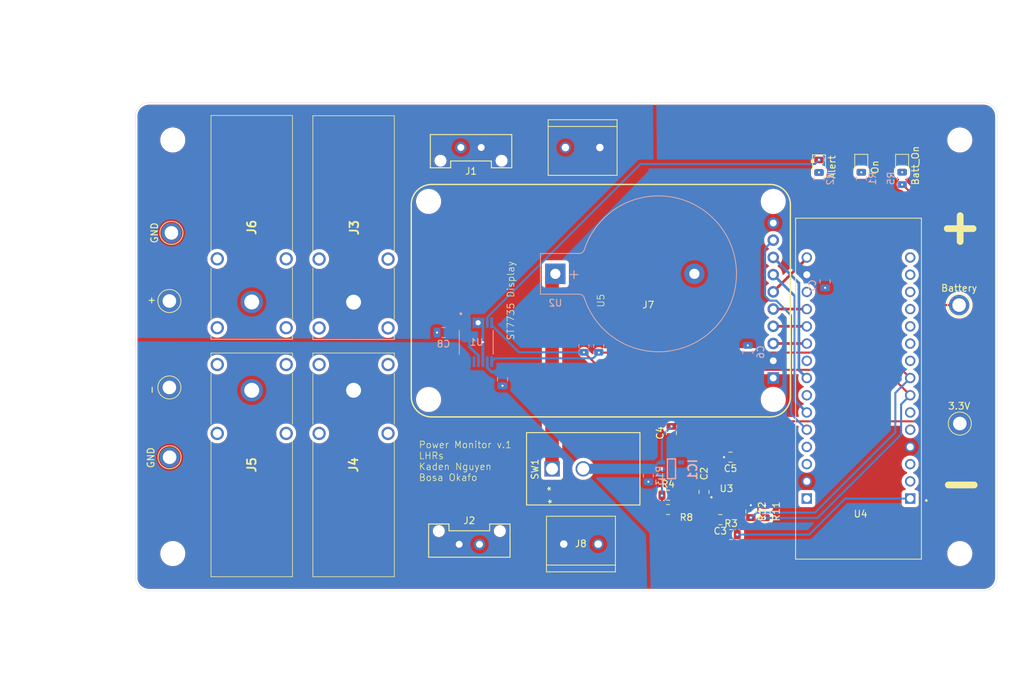
<source format=kicad_pcb>
(kicad_pcb (version 20240108) (generator "pcbnew") (generator_version "8.0")
  (layers (0 "F.Cu" signal) (31 "B.Cu" signal) (34 "B.Paste" user) (35 "F.Paste" user) (36 "B.SilkS" user "B.Silkscreen") (37 "F.SilkS" user "F.Silkscreen") (38 "B.Mask" user) (39 "F.Mask" user) (44 "Edge.Cuts" user))
  (net 0 "")
  (net 1 "GND")
  (net 2 "+3.3V")
  (net 3 "/V+")
  (net 4 "Net-(D1-A)")
  (net 5 "Net-(D2-A)")
  (net 6 "Net-(D2-K)")
  (net 7 "/V-")
  (net 8 "/SCL")
  (net 9 "/SDA")
  (net 10 "/SCK")
  (net 11 "/MOSI")
  (net 12 "/RESET")
  (net 13 "/CARD_CS")
  (net 14 "/TFT_CS")
  (net 15 "/DC")
  (net 17 "Net-(D3-A)")
  (net 18 "/ALERT")
  (net 19 "/MISO")
  (net 20 "Net-(U3-CELL)")
  (net 21 "Net-(U3-VDD)")
  (net 22 "Net-(U2-+)")
  (net 41 "/Batt")
  (footprint "TestPoint:TestPoint_Plated_Hole_D2.0mm" (layer "F.Cu") (at 57.03 112.29 90)
    (property "Reference" "GND" (at -0.07 -2.758 90) (layer "F.SilkS"))
    (property "Value" "TestPoint")
    (pad "1" thru_hole circle (at 0 0 90) (size 3 3) (drill 2) (layers "*.Cu" "*.Mask") (net 1 "GND"))
  )
  (footprint "Resistor_SMD:R_0805_2012Metric" (layer "F.Cu") (at 139.7875 123.7)
    (property "Reference" "R3" (at 0 -1.65 0) (layer "F.SilkS"))
    (property "Value" "4.7k")
    (pad "1" smd roundrect (at -0.9125 0) (size 1.025 1.4) (layers "F.Cu" "F.Paste" "F.Mask") (roundrect_rratio 0.243902) (net 41 "/Batt"))
    (pad "2" smd roundrect (at 0.9125 0) (size 1.025 1.4) (layers "F.Cu" "F.Paste" "F.Mask") (roundrect_rratio 0.243902) (net 18 "/ALERT"))
  )
  (footprint "UTSVTConnectors:Banana_Jack_Horizontal" (layer "F.Cu") (at 74.22 98.62 -90)
    (property "Reference" "J5" (at 14.8 5.08 90) (layer "F.SilkS") (effects (font (size 1.27 1.27) (thickness 0.254))))
    (property "Value" "Conn_01x01_Pin" (hide yes))
    (pad "1" thru_hole circle (at 3.8 5.08 270) (size 3.3 3.3) (drill 2.2) (layers "*.Cu" "*.Mask") (net 1 "GND"))
    (pad "2" thru_hole circle (at 0 10.16 270) (size 1.95 1.95) (drill 1.3) (layers "*.Cu" "*.Mask"))
    (pad "3" thru_hole circle (at 10.16 10.16 270) (size 1.95 1.95) (drill 1.3) (layers "*.Cu" "*.Mask"))
    (pad "4" thru_hole circle (at 10.16 0 270) (size 1.95 1.95) (drill 1.3) (layers "*.Cu" "*.Mask"))
    (pad "5" thru_hole circle (at 0 0 270) (size 1.95 1.95) (drill 1.3) (layers "*.Cu" "*.Mask"))
  )
  (footprint "TestPoint:TestPoint_Plated_Hole_D2.0mm" (layer "F.Cu") (at 57 102 90)
    (property "Reference" "-" (hide yes))
    (property "Value" "TestPoint")
    (pad "1" thru_hole circle (at 0 0 90) (size 3 3) (drill 2) (layers "*.Cu" "*.Mask") (net 7 "/V-"))
  )
  (footprint "Power-Monitoring:screw_termina2x1" (layer "F.Cu") (at 117.91 66.61 180)
    (property "Reference" "J7" (at -9.68 -23.2125 0) (layer "F.SilkS") (effects (font (size 1.002039 1.002039))))
    (property "Value" "Conn_01x02_Pin")
    (pad "1" thru_hole rect (at -2.54 0 180) (size 1.65 1.65) (drill 1.1) (layers "*.Cu" "*.Mask") (net 3 "/V+"))
    (pad "2" thru_hole circle (at 2.54 0 180) (size 1.65 1.65) (drill 1.1) (layers "*.Cu" "*.Mask") (net 1 "GND"))
  )
  (footprint "Resistor_SMD:R_0805_2012Metric" (layer "F.Cu") (at 130.5125 117.9)
    (property "Reference" "R4" (at 0 -1.65 0) (layer "F.SilkS"))
    (property "Value" "1K")
    (pad "1" smd roundrect (at -0.9125 0) (size 1.025 1.4) (layers "F.Cu" "F.Paste" "F.Mask") (roundrect_rratio 0.243902) (net 41 "/Batt"))
    (pad "2" smd roundrect (at 0.9125 0) (size 1.025 1.4) (layers "F.Cu" "F.Paste" "F.Mask") (roundrect_rratio 0.243902) (net 20 "Net-(U3-CELL)"))
  )
  (footprint "LED_SMD:LED_0805_2012Metric" (layer "F.Cu") (at 165 69.3 -90)
    (property "Reference" "Batt_On" (at -0.02 -1.95 90) (layer "F.SilkS"))
    (property "Value" "Batt_On_LED")
    (pad "1" smd roundrect (at -0.9375 0 270) (size 0.975 1.4) (layers "F.Cu" "F.Paste" "F.Mask") (net 1 "GND"))
    (pad "2" smd roundrect (at 0.9375 0 270) (size 0.975 1.4) (layers "F.Cu" "F.Paste" "F.Mask") (net 17 "Net-(D3-A)"))
  )
  (footprint "MountingHole:MountingHole_3.2mm_M3" (layer "F.Cu") (at 173.5 65.5)
    (property "Reference" "REF**" (hide yes))
    (property "Value" "MountingHole_3.2mm_M3")
    (pad "" np_thru_hole circle (at 0 0) (size 3.2 3.2) (drill 3.2) (layers "*.Cu" "*.Mask"))
  )
  (footprint "TestPoint:TestPoint_Plated_Hole_D2.0mm" (layer "F.Cu") (at 57 89.25 90)
    (property "Reference" "TP1" (hide yes))
    (property "Value" "TestPoint")
    (pad "1" thru_hole circle (at 0 0 90) (size 3 3) (drill 2) (layers "*.Cu" "*.Mask") (net 3 "/V+"))
  )
  (footprint "MountingHole:MountingHole_3.2mm_M3" (layer "F.Cu") (at 173.5 126.5)
    (property "Reference" "REF**" (hide yes))
    (property "Value" "MountingHole_3.2mm_M3")
    (pad "" np_thru_hole circle (at 0 0) (size 3.2 3.2) (drill 3.2) (layers "*.Cu" "*.Mask"))
  )
  (footprint "UTSVTConnectors:Banana_Jack_Horizontal" (layer "F.Cu") (at 79.07 93.22 90)
    (property "Reference" "J3" (at 14.78 5.18 90) (layer "F.SilkS") (effects (font (size 1.27 1.27) (thickness 0.254))))
    (property "Value" "Conn_01x01_Pin" (hide yes))
    (pad "1" thru_hole circle (at 3.8 5.08 90) (size 3.3 3.3) (drill 2.2) (layers "*.Cu" "*.Mask") (net 3 "/V+"))
    (pad "2" thru_hole circle (at 0 10.16 90) (size 1.95 1.95) (drill 1.3) (layers "*.Cu" "*.Mask"))
    (pad "3" thru_hole circle (at 10.16 10.16 90) (size 1.95 1.95) (drill 1.3) (layers "*.Cu" "*.Mask"))
    (pad "4" thru_hole circle (at 10.16 0 90) (size 1.95 1.95) (drill 1.3) (layers "*.Cu" "*.Mask"))
    (pad "5" thru_hole circle (at 0 0 90) (size 1.95 1.95) (drill 1.3) (layers "*.Cu" "*.Mask"))
  )
  (footprint "Capacitor_SMD:C_0805_2012Metric" (layer "F.Cu") (at 139.7 112.28 180)
    (property "Reference" "C5" (at 0 -1.68 0) (layer "F.SilkS"))
    (property "Value" "2.2uF")
    (pad "1" smd roundrect (at -0.95 0 180) (size 1 1.45) (layers "F.Cu" "F.Paste" "F.Mask") (net 1 "GND"))
    (pad "2" smd roundrect (at 0.95 0 180) (size 1 1.45) (layers "F.Cu" "F.Paste" "F.Mask") (net 2 "+3.3V"))
  )
  (footprint "Power-Monitoring:screw_termina2x1" (layer "F.Cu") (at 117.66 125.1)
    (property "Reference" "J8" (at -0.02 -0.06 0) (layer "F.SilkS") (effects (font (size 1.002039 1.002039))))
    (property "Value" "Conn_01x02_Pin")
    (pad "1" thru_hole rect (at -2.54 0) (size 1.65 1.65) (drill 1.1) (layers "*.Cu" "*.Mask") (net 7 "/V-"))
    (pad "2" thru_hole circle (at 2.54 0) (size 1.65 1.65) (drill 1.1) (layers "*.Cu" "*.Mask") (net 1 "GND"))
  )
  (footprint "Capacitor_SMD:C_0805_2012Metric" (layer "F.Cu") (at 131 108.7 90)
    (property "Reference" "C4" (at 0 -1.68 -90) (layer "F.SilkS"))
    (property "Value" "1uF")
    (pad "1" smd roundrect (at -0.95 0 90) (size 1 1.45) (layers "F.Cu" "F.Paste" "F.Mask") (net 1 "GND"))
    (pad "2" smd roundrect (at 0.95 0 90) (size 1 1.45) (layers "F.Cu" "F.Paste" "F.Mask") (net 41 "/Batt"))
  )
  (footprint "Power-Monitoring:SW2_GF-123-0054_CWI" (layer "F.Cu") (at 113.4026 114 90)
    (property "Reference" "SW1" (at -0.06 -2.5226 90) (layer "F.SilkS"))
    (property "Value" "GF-123-0054")
    (fp_text user "*" (at -2.94 -0.1226 90) (layer "F.SilkS"))
    (fp_text user "*" (at -4.825 0 90) (layer "F.SilkS"))
    (pad "1" thru_hole rect (at 0 0 90) (size 2.2606 2.2606) (drill 1.7526) (layers "*.Cu" "*.Mask") (net 22 "Net-(U2-+)"))
    (pad "2" thru_hole circle (at 0 4.5974 90) (size 2.2606 2.2606) (drill 1.7526) (layers "*.Cu" "*.Mask") (net 41 "/Batt"))
  )
  (footprint "UTSVTConnectors:Molex_MicroFit3.0_1x2xP3.00mm_PolarizingPeg_Vertical" (layer "F.Cu") (at 102.96 66.6 180)
    (property "Reference" "J1" (at 1.5 -3.5 0) (layer "F.SilkS"))
    (property "Value" "Conn_01x02_Pin")
    (pad "" np_thru_hole circle (at -3 -1.96 180) (size 1.27 1.27) (drill 1.27) (layers "*.Cu" "*.Mask"))
    (pad "" np_thru_hole circle (at 6 -1.96 180) (size 1.27 1.27) (drill 1.27) (layers "*.Cu" "*.Mask"))
    (pad "1" thru_hole circle (at 0 0 180) (size 1.7 1.7) (drill 1.02) (layers "*.Cu" "*.Mask") (net 3 "/V+"))
    (pad "2" thru_hole circle (at 3 0 180) (size 1.7 1.7) (drill 1.02) (layers "*.Cu" "*.Mask") (net 1 "GND"))
  )
  (footprint "Power-Monitoring:ST7735" (layer "F.Cu") (at 120.6 89.2 90)
    (property "Reference" "U5" (at 0 0 90) (layer "F.SilkS") (effects (font (thickness 0.1))))
    (property "Value" "ST7735R" (hide yes))
    (fp_text user "ST7735 Display" (at 0 -12.7 90) (layer "F.SilkS") (effects (font (thickness 0.1)) (justify bottom)))
    (pad "" np_thru_hole circle (at -14.572545 -25.396364 90) (size 1.7 1.7) (drill 3.2) (layers "F&B.Cu" "*.Mask"))
    (pad "" np_thru_hole circle (at -14.572545 25.403636 90) (size 1.7 1.7) (drill 3.2) (layers "F&B.Cu" "*.Mask"))
    (pad "" np_thru_hole circle (at 14.637455 -25.396364 90) (size 3.2 3.2) (drill 3.2) (layers "F&B.Cu" "*.Mask"))
    (pad "" np_thru_hole circle (at 14.637455 25.403636 90) (size 1.7 1.7) (drill 3.2) (layers "F&B.Cu" "*.Mask"))
    (pad "1" thru_hole rect (at -11.397545 25.403636 90) (size 1.7 1.7) (drill 1) (layers "*.Cu" "*.Mask") (net 1 "GND"))
    (pad "2" thru_hole circle (at -8.857545 25.403636 90) (size 1.7 1.7) (drill 1) (layers "*.Cu" "*.Mask") (net 2 "+3.3V"))
    (pad "3" thru_hole circle (at -6.317545 25.403636 90) (size 1.7 1.7) (drill 1) (layers "*.Cu" "*.Mask") (net 12 "/RESET"))
    (pad "4" thru_hole circle (at -3.777545 25.403636 90) (size 1.7 1.7) (drill 1) (layers "*.Cu" "*.Mask") (net 15 "/DC"))
    (pad "5" thru_hole circle (at -1.237545 25.403636 90) (size 1.7 1.7) (drill 1) (layers "*.Cu" "*.Mask") (net 13 "/CARD_CS"))
    (pad "6" thru_hole circle (at 1.302455 25.403636 90) (size 1.7 1.7) (drill 1) (layers "*.Cu" "*.Mask") (net 14 "/TFT_CS"))
    (pad "7" thru_hole circle (at 3.842455 25.403636 90) (size 1.7 1.7) (drill 1) (layers "*.Cu" "*.Mask") (net 11 "/MOSI"))
    (pad "8" thru_hole circle (at 6.382455 25.403636 90) (size 1.7 1.7) (drill 1) (layers "*.Cu" "*.Mask") (net 10 "/SCK"))
    (pad "9" thru_hole circle (at 8.922455 25.403636 90) (size 1.7 1.7) (drill 1) (layers "*.Cu" "*.Mask") (net 19 "/MISO"))
    (pad "10" thru_hole circle (at 11.462455 25.403636 90) (size 1.7 1.7) (drill 1) (layers "*.Cu" "*.Mask") (net 1 "GND"))
  )
  (footprint "TestPoint:TestPoint_Plated_Hole_D2.0mm" (layer "F.Cu") (at 173.5 107.325 180)
    (property "Reference" "3.3V" (at 0.09 2.58 180) (layer "F.SilkS"))
    (property "Value" "TestPoint")
    (pad "1" thru_hole circle (at 0 0 180) (size 3 3) (drill 2) (layers "*.Cu" "*.Mask") (net 2 "+3.3V"))
  )
  (footprint "Power-Monitoring:MODULE_NUCLEO-L432KC" (layer "F.Cu") (at 158.57 102.175 180)
    (property "Reference" "U4" (at -0.31 -18.48 180) (layer "F.SilkS"))
    (property "Value" "NUCLEO_L432KC")
    (pad "CN3_1" thru_hole rect (at -7.62 -16.215 180) (size 1.53 1.53) (drill 1.02) (layers "*.Cu" "*.Mask") (net 18 "/ALERT"))
    (pad "CN3_2" thru_hole circle (at -7.62 -13.675 180) (size 1.53 1.53) (drill 1.02) (layers "*.Cu" "*.Mask"))
    (pad "CN3_3" thru_hole circle (at -7.62 -11.135 180) (size 1.53 1.53) (drill 1.02) (layers "*.Cu" "*.Mask"))
    (pad "CN3_4" thru_hole circle (at -7.62 -8.595 180) (size 1.53 1.53) (drill 1.02) (layers "*.Cu" "*.Mask") (net 1 "GND"))
    (pad "CN3_5" thru_hole circle (at -7.62 -6.055 180) (size 1.53 1.53) (drill 1.02) (layers "*.Cu" "*.Mask"))
    (pad "CN3_6" thru_hole circle (at -7.62 -3.515 180) (size 1.53 1.53) (drill 1.02) (layers "*.Cu" "*.Mask"))
    (pad "CN3_7" thru_hole circle (at -7.62 -0.975 180) (size 1.53 1.53) (drill 1.02) (layers "*.Cu" "*.Mask") (net 9 "/SDA"))
    (pad "CN3_8" thru_hole circle (at -7.62 1.565 180) (size 1.53 1.53) (drill 1.02) (layers "*.Cu" "*.Mask") (net 8 "/SCL"))
    (pad "CN3_9" thru_hole circle (at -7.62 4.105 180) (size 1.53 1.53) (drill 1.02) (layers "*.Cu" "*.Mask"))
    (pad "CN3_10" thru_hole circle (at -7.62 6.645 180) (size 1.53 1.53) (drill 1.02) (layers "*.Cu" "*.Mask"))
    (pad "CN3_11" thru_hole circle (at -7.62 9.185 180) (size 1.53 1.53) (drill 1.02) (layers "*.Cu" "*.Mask"))
    (pad "CN3_12" thru_hole circle (at -7.62 11.725 180) (size 1.53 1.53) (drill 1.02) (layers "*.Cu" "*.Mask"))
    (pad "CN3_13" thru_hole circle (at -7.62 14.265 180) (size 1.53 1.53) (drill 1.02) (layers "*.Cu" "*.Mask"))
    (pad "CN3_14" thru_hole circle (at -7.62 16.805 180) (size 1.53 1.53) (drill 1.02) (layers "*.Cu" "*.Mask"))
    (pad "CN3_15" thru_hole circle (at -7.62 19.345 180) (size 1.53 1.53) (drill 1.02) (layers "*.Cu" "*.Mask"))
    (pad "CN4_1" thru_hole rect (at 7.62 -16.215 180) (size 1.53 1.53) (drill 1.02) (layers "*.Cu" "*.Mask"))
    (pad "CN4_2" thru_hole circle (at 7.62 -13.675 180) (size 1.53 1.53) (drill 1.02) (layers "*.Cu" "*.Mask") (net 1 "GND"))
    (pad "CN4_3" thru_hole circle (at 7.62 -11.135 180) (size 1.53 1.53) (drill 1.02) (layers "*.Cu" "*.Mask"))
    (pad "CN4_4" thru_hole circle (at 7.62 -8.595 180) (size 1.53 1.53) (drill 1.02) (layers "*.Cu" "*.Mask"))
    (pad "CN4_5" thru_hole circle (at 7.62 -6.055 180) (size 1.53 1.53) (drill 1.02) (layers "*.Cu" "*.Mask") (net 19 "/MISO"))
    (pad "CN4_6" thru_hole circle (at 7.62 -3.515 180) (size 1.53 1.53) (drill 1.02) (layers "*.Cu" "*.Mask") (net 11 "/MOSI"))
    (pad "CN4_7" thru_hole circle (at 7.62 -0.975 180) (size 1.53 1.53) (drill 1.02) (layers "*.Cu" "*.Mask"))
    (pad "CN4_8" thru_hole circle (at 7.62 1.565 180) (size 1.53 1.53) (drill 1.02) (layers "*.Cu" "*.Mask") (net 10 "/SCK"))
    (pad "CN4_9" thru_hole circle (at 7.62 4.105 180) (size 1.53 1.53) (drill 1.02) (layers "*.Cu" "*.Mask"))
    (pad "CN4_10" thru_hole circle (at 7.62 6.645 180) (size 1.53 1.53) (drill 1.02) (layers "*.Cu" "*.Mask") (net 12 "/RESET"))
    (pad "CN4_11" thru_hole circle (at 7.62 9.185 180) (size 1.53 1.53) (drill 1.02) (layers "*.Cu" "*.Mask") (net 15 "/DC"))
    (pad "CN4_12" thru_hole circle (at 7.62 11.725 180) (size 1.53 1.53) (drill 1.02) (layers "*.Cu" "*.Mask") (net 13 "/CARD_CS"))
    (pad "CN4_13" thru_hole circle (at 7.62 14.265 180) (size 1.53 1.53) (drill 1.02) (layers "*.Cu" "*.Mask"))
    (pad "CN4_14" thru_hole circle (at 7.62 16.805 180) (size 1.53 1.53) (drill 1.02) (layers "*.Cu" "*.Mask") (net 2 "+3.3V"))
    (pad "CN4_15" thru_hole circle (at 7.62 19.345 180) (size 1.53 1.53) (drill 1.02) (layers "*.Cu" "*.Mask") (net 14 "/TFT_CS"))
  )
  (footprint "TestPoint:TestPoint_Plated_Hole_D2.0mm" (layer "F.Cu") (at 57.3 79.2 90)
    (property "Reference" "GND" (at 0 -2.498 90) (layer "F.SilkS"))
    (property "Value" "TestPoint")
    (pad "1" thru_hole circle (at 0 0 90) (size 3 3) (drill 2) (layers "*.Cu" "*.Mask") (net 1 "GND"))
  )
  (footprint "UTSVTConnectors:Banana_Jack_Horizontal" (layer "F.Cu") (at 64.06 93.19 90)
    (property "Reference" "J6" (at 14.8 5.08 90) (layer "F.SilkS") (effects (font (size 1.27 1.27) (thickness 0.254))))
    (property "Value" "Conn_01x01_Pin" (hide yes))
    (pad "1" thru_hole circle (at 3.8 5.08 90) (size 3.3 3.3) (drill 2.2) (layers "*.Cu" "*.Mask") (net 1 "GND"))
    (pad "2" thru_hole circle (at 0 10.16 90) (size 1.95 1.95) (drill 1.3) (layers "*.Cu" "*.Mask"))
    (pad "3" thru_hole circle (at 10.16 10.16 90) (size 1.95 1.95) (drill 1.3) (layers "*.Cu" "*.Mask"))
    (pad "4" thru_hole circle (at 10.16 0 90) (size 1.95 1.95) (drill 1.3) (layers "*.Cu" "*.Mask"))
    (pad "5" thru_hole circle (at 0 0 90) (size 1.95 1.95) (drill 1.3) (layers "*.Cu" "*.Mask"))
  )
  (footprint "UTSVTConnectors:Molex_MicroFit3.0_1x2xP3.00mm_PolarizingPeg_Vertical" (layer "F.Cu") (at 99.71 125.14)
    (property "Reference" "J2" (at 1.5 -3.5 0) (layer "F.SilkS"))
    (property "Value" "Conn_01x02_Pin")
    (pad "" np_thru_hole circle (at -3 -1.96) (size 1.27 1.27) (drill 1.27) (layers "*.Cu" "*.Mask"))
    (pad "" np_thru_hole circle (at 6 -1.96) (size 1.27 1.27) (drill 1.27) (layers "*.Cu" "*.Mask"))
    (pad "1" thru_hole circle (at 0 0) (size 1.7 1.7) (drill 1.02) (layers "*.Cu" "*.Mask") (net 7 "/V-"))
    (pad "2" thru_hole circle (at 3 0) (size 1.7 1.7) (drill 1.02) (layers "*.Cu" "*.Mask") (net 1 "GND"))
  )
  (footprint "Capacitor_SMD:C_0805_2012Metric" (layer "F.Cu") (at 135.8 117.4 -90)
    (property "Reference" "C2" (at -2.7 -0.01 90) (layer "F.SilkS"))
    (property "Value" "1uF")
    (pad "1" smd roundrect (at -0.95 0 270) (size 1 1.45) (layers "F.Cu" "F.Paste" "F.Mask") (net 1 "GND"))
    (pad "2" smd roundrect (at 0.95 0 270) (size 1 1.45) (layers "F.Cu" "F.Paste" "F.Mask") (net 20 "Net-(U3-CELL)"))
  )
  (footprint "Resistor_SMD:R_0805_2012Metric" (layer "F.Cu") (at 130.5 120)
    (property "Reference" "R8" (at 2.7025 1.165 0) (layer "F.SilkS"))
    (property "Value" "150")
    (pad "1" smd roundrect (at -0.9125 0) (size 1.025 1.4) (layers "F.Cu" "F.Paste" "F.Mask") (roundrect_rratio 0.243902) (net 41 "/Batt"))
    (pad "2" smd roundrect (at 0.9125 0) (size 1.025 1.4) (layers "F.Cu" "F.Paste" "F.Mask") (roundrect_rratio 0.243902) (net 21 "Net-(U3-VDD)"))
  )
  (footprint "LED_SMD:LED_0805_2012Metric" (layer "F.Cu") (at 158.975 69.3 -90)
    (property "Reference" "On" (at 0.2 -2.025 90) (layer "F.SilkS"))
    (property "Value" "On_LED")
    (pad "1" smd roundrect (at -0.9375 0 270) (size 0.975 1.4) (layers "F.Cu" "F.Paste" "F.Mask") (net 1 "GND"))
    (pad "2" smd roundrect (at 0.9375 0 270) (size 0.975 1.4) (layers "F.Cu" "F.Paste" "F.Mask") (net 4 "Net-(D1-A)"))
  )
  (footprint "LED_SMD:LED_0805_2012Metric" (layer "F.Cu") (at 152.75 69.375 -90)
    (property "Reference" "Alert" (at 0.125 -1.91 90) (layer "F.SilkS"))
    (property "Value" "Alert_LED")
    (pad "1" smd roundrect (at -0.9375 0 270) (size 0.975 1.4) (layers "F.Cu" "F.Paste" "F.Mask") (net 6 "Net-(D2-K)"))
    (pad "2" smd roundrect (at 0.9375 0 270) (size 0.975 1.4) (layers "F.Cu" "F.Paste" "F.Mask") (net 5 "Net-(D2-A)"))
  )
  (footprint "Resistor_SMD:R_0805_2012Metric" (layer "F.Cu") (at 142.699999 120.287499 -90)
    (property "Reference" "R12" (at 0 -1.65 90) (layer "F.SilkS"))
    (property "Value" "10k")
    (pad "1" smd roundrect (at -0.9125 0 270) (size 1.025 1.4) (layers "F.Cu" "F.Paste" "F.Mask") (roundrect_rratio 0.243902) (net 2 "+3.3V"))
    (pad "2" smd roundrect (at 0.9125 0 270) (size 1.025 1.4) (layers "F.Cu" "F.Paste" "F.Mask") (roundrect_rratio 0.243902) (net 8 "/SCL"))
  )
  (footprint "Capacitor_SMD:C_0805_2012Metric" (layer "F.Cu") (at 138.2 121.5 180)
    (property "Reference" "C3" (at 0 -1.68 0) (layer "F.SilkS"))
    (property "Value" "10nF")
    (pad "1" smd roundrect (at -0.95 0 180) (size 1 1.45) (layers "F.Cu" "F.Paste" "F.Mask") (net 1 "GND"))
    (pad "2" smd roundrect (at 0.95 0 180) (size 1 1.45) (layers "F.Cu" "F.Paste" "F.Mask") (net 21 "Net-(U3-VDD)"))
  )
  (footprint "MountingHole:MountingHole_3.2mm_M3" (layer "F.Cu") (at 57.5 65.5)
    (property "Reference" "REF**" (hide yes))
    (property "Value" "MountingHole_3.2mm_M3")
    (pad "" np_thru_hole circle (at 0 0) (size 3.2 3.2) (drill 3.2) (layers "*.Cu" "*.Mask"))
  )
  (footprint "UTSVTConnectors:Banana_Jack_Horizontal" (layer "F.Cu") (at 89.23 98.62 -90)
    (property "Reference" "J4" (at 14.8 5.08 90) (layer "F.SilkS") (effects (font (size 1.27 1.27) (thickness 0.254))))
    (property "Value" "Conn_01x01_Pin" (hide yes))
    (pad "1" thru_hole circle (at 3.8 5.08 270) (size 3.3 3.3) (drill 2.2) (layers "*.Cu" "*.Mask") (net 7 "/V-"))
    (pad "2" thru_hole circle (at 0 10.16 270) (size 1.95 1.95) (drill 1.3) (layers "*.Cu" "*.Mask"))
    (pad "3" thru_hole circle (at 10.16 10.16 270) (size 1.95 1.95) (drill 1.3) (layers "*.Cu" "*.Mask"))
    (pad "4" thru_hole circle (at 10.16 0 270) (size 1.95 1.95) (drill 1.3) (layers "*.Cu" "*.Mask"))
    (pad "5" thru_hole circle (at 0 0 270) (size 1.95 1.95) (drill 1.3) (layers "*.Cu" "*.Mask"))
  )
  (footprint "TestPoint:TestPoint_Plated_Hole_D2.0mm" (layer "F.Cu") (at 173.4 89.85)
    (property "Reference" "Battery" (at 0 -2.498 0) (layer "F.SilkS"))
    (property "Value" "TestPoint")
    (pad "1" thru_hole circle (at 0 0) (size 3 3) (drill 2) (layers "*.Cu" "*.Mask") (net 41 "/Batt"))
  )
  (footprint "Power-Monitoring:21-0174B_MXM" (layer "F.Cu") (at 139.275 118.949999)
    (property "Reference" "U3" (at -0.165 -2.035 0) (layer "F.SilkS"))
    (property "Value" "MAX17043G+U")
    (pad "1" smd rect (at -1.4224 -0.750001) (size 0.8128 0.254) (layers "F.Cu" "F.Paste" "F.Mask") (net 1 "GND"))
    (pad "2" smd rect (at -1.4224 -0.25) (size 0.8128 0.254) (layers "F.Cu" "F.Paste" "F.Mask") (net 20 "Net-(U3-CELL)"))
    (pad "3" smd rect (at -1.4224 0.25) (size 0.8128 0.254) (layers "F.Cu" "F.Paste" "F.Mask") (net 21 "Net-(U3-VDD)"))
    (pad "4" smd rect (at -1.4224 0.750001) (size 0.8128 0.254) (layers "F.Cu" "F.Paste" "F.Mask") (net 1 "GND"))
    (pad "5" smd rect (at 1.4224 0.750001) (size 0.8128 0.254) (layers "F.Cu" "F.Paste" "F.Mask") (net 18 "/ALERT"))
    (pad "6" smd rect (at 1.4224 0.25) (size 0.8128 0.254) (layers "F.Cu" "F.Paste" "F.Mask") (net 1 "GND"))
    (pad "7" smd rect (at 1.4224 -0.25) (size 0.8128 0.254) (layers "F.Cu" "F.Paste" "F.Mask") (net 8 "/SCL"))
    (pad "8" smd rect (at 1.4224 -0.750001) (size 0.8128 0.254) (layers "F.Cu" "F.Paste" "F.Mask") (net 9 "/SDA"))
    (pad "9" smd rect (at 0 0) (size 1.6002 1.905) (layers "F.Cu" "F.Paste" "F.Mask") (net 1 "GND"))
  )
  (footprint "MountingHole:MountingHole_3.2mm_M3" (layer "F.Cu") (at 57.5 126.5)
    (property "Reference" "REF**" (hide yes))
    (property "Value" "MountingHole_3.2mm_M3")
    (pad "" np_thru_hole circle (at 0 0) (size 3.2 3.2) (drill 3.2) (layers "*.Cu" "*.Mask"))
  )
  (footprint "Resistor_SMD:R_0805_2012Metric" (layer "F.Cu") (at 144.8 120.3 -90)
    (property "Reference" "R11" (at 0 -1.65 90) (layer "F.SilkS"))
    (property "Value" "10k")
    (pad "1" smd roundrect (at -0.9125 0 270) (size 1.025 1.4) (layers "F.Cu" "F.Paste" "F.Mask") (roundrect_rratio 0.243902) (net 2 "+3.3V"))
    (pad "2" smd roundrect (at 0.9125 0 270) (size 1.025 1.4) (layers "F.Cu" "F.Paste" "F.Mask") (roundrect_rratio 0.243902) (net 9 "/SDA"))
  )
  (footprint "Power-Monitoring:SOT95P280X130-5N" (layer "B.Cu") (at 131 114)
    (property "Reference" "IC1" (at 3.14 0.11 90) (layer "B.SilkS") (effects (font (size 1.27 1.27) (thickness 0.254)) (justify mirror)))
    (property "Value" "XC6222D331MR-G" (hide yes))
    (pad "1" smd rect (at -1.4 0.95 270) (size 0.6 0.9) (layers "B.Cu" "B.Paste" "B.Mask") (net 41 "/Batt"))
    (pad "2" smd rect (at -1.4 0 270) (size 0.6 0.9) (layers "B.Cu" "B.Paste" "B.Mask") (net 1 "GND"))
    (pad "3" smd rect (at -1.4 -0.95 270) (size 0.6 0.9) (layers "B.Cu" "B.Paste" "B.Mask") (net 41 "/Batt"))
    (pad "4" smd rect (at 1.4 -0.95 270) (size 0.6 0.9) (layers "B.Cu" "B.Paste" "B.Mask"))
    (pad "5" smd rect (at 1.4 0.95 270) (size 0.6 0.9) (layers "B.Cu" "B.Paste" "B.Mask") (net 2 "+3.3V"))
  )
  (footprint "Resistor_SMD:R_0805_2012Metric" (layer "B.Cu") (at 165 71.1625 -90)
    (property "Reference" "R5" (at 0 1.65 90) (layer "B.SilkS") (effects (justify mirror)))
    (property "Value" "10k")
    (pad "1" smd roundrect (at -0.9125 0 270) (size 1.025 1.4) (layers "B.Cu" "B.Paste" "B.Mask") (roundrect_rratio 0.243902) (net 17 "Net-(D3-A)"))
    (pad "2" smd roundrect (at 0.9125 0 270) (size 1.025 1.4) (layers "B.Cu" "B.Paste" "B.Mask") (roundrect_rratio 0.243902) (net 41 "/Batt"))
  )
  (footprint "Capacitor_SMD:C_0805_2012Metric" (layer "B.Cu") (at 142.25 96.75 90)
    (property "Reference" "C6" (at -0.03 1.9 90) (layer "B.SilkS") (effects (justify mirror)))
    (property "Value" "1u")
    (pad "1" smd roundrect (at -0.95 0 90) (size 1 1.45) (layers "B.Cu" "B.Paste" "B.Mask") (net 2 "+3.3V"))
    (pad "2" smd roundrect (at 0.95 0 90) (size 1 1.45) (layers "B.Cu" "B.Paste" "B.Mask") (net 1 "GND"))
  )
  (footprint "Power-Monitoring:INA260" (layer "B.Cu") (at 102.225 95.325 -90)
    (property "Reference" "U1" (at 0 -0.05 0) (layer "B.SilkS") (effects (justify mirror)))
    (property "Value" "INA260AIPWR" (hide yes))
    (pad "1" smd roundrect (at -2.87 2.275 270) (size 1.57 0.41) (layers "B.Cu" "B.Paste" "B.Mask") (roundrect_rratio 0.125) (net 3 "/V+"))
    (pad "2" smd roundrect (at -2.87 1.625 270) (size 1.57 0.41) (layers "B.Cu" "B.Paste" "B.Mask") (roundrect_rratio 0.125) (net 3 "/V+"))
    (pad "3" smd roundrect (at -2.87 0.975 270) (size 1.57 0.41) (layers "B.Cu" "B.Paste" "B.Mask") (roundrect_rratio 0.125) (net 3 "/V+"))
    (pad "4" smd roundrect (at -2.87 0.325 270) (size 1.57 0.41) (layers "B.Cu" "B.Paste" "B.Mask") (roundrect_rratio 0.125) (net 1 "GND"))
    (pad "5" smd roundrect (at -2.87 -0.325 270) (size 1.57 0.41) (layers "B.Cu" "B.Paste" "B.Mask") (roundrect_rratio 0.125) (net 1 "GND"))
    (pad "6" smd roundrect (at -2.87 -0.975 270) (size 1.57 0.41) (layers "B.Cu" "B.Paste" "B.Mask") (roundrect_rratio 0.125) (net 1 "GND"))
    (pad "7" smd roundrect (at -2.87 -1.625 270) (size 1.57 0.41) (layers "B.Cu" "B.Paste" "B.Mask") (roundrect_rratio 0.125) (net 6 "Net-(D2-K)"))
    (pad "8" smd roundrect (at -2.87 -2.275 270) (size 1.57 0.41) (layers "B.Cu" "B.Paste" "B.Mask") (roundrect_rratio 0.125) (net 9 "/SDA"))
    (pad "9" smd roundrect (at 2.87 -2.275 270) (size 1.57 0.41) (layers "B.Cu" "B.Paste" "B.Mask") (roundrect_rratio 0.125) (net 8 "/SCL"))
    (pad "10" smd roundrect (at 2.87 -1.625 270) (size 1.57 0.41) (layers "B.Cu" "B.Paste" "B.Mask") (roundrect_rratio 0.125) (net 2 "+3.3V"))
    (pad "11" smd roundrect (at 2.87 -0.975 270) (size 1.57 0.41) (layers "B.Cu" "B.Paste" "B.Mask") (roundrect_rratio 0.125) (net 1 "GND"))
    (pad "12" smd roundrect (at 2.87 -0.325 270) (size 1.57 0.41) (layers "B.Cu" "B.Paste" "B.Mask") (roundrect_rratio 0.125) (net 3 "/V+"))
    (pad "13" smd roundrect (at 2.87 0.325 270) (size 1.57 0.41) (layers "B.Cu" "B.Paste" "B.Mask") (roundrect_rratio 0.125))
    (pad "14" smd roundrect (at 2.87 0.975 270) (size 1.57 0.41) (layers "B.Cu" "B.Paste" "B.Mask") (roundrect_rratio 0.125) (net 7 "/V-"))
    (pad "15" smd roundrect (at 2.87 1.625 270) (size 1.57 0.41) (layers "B.Cu" "B.Paste" "B.Mask") (roundrect_rratio 0.125) (net 7 "/V-"))
    (pad "16" smd roundrect (at 2.87 2.275 270) (size 1.57 0.41) (layers "B.Cu" "B.Paste" "B.Mask") (roundrect_rratio 0.125) (net 7 "/V-"))
  )
  (footprint "Battery:BatteryHolder_Keystone_103_1x20mm" (layer "B.Cu") (at 113.89 85.24)
    (property "Reference" "U2" (at 0 4.3 0) (layer "B.SilkS") (effects (justify mirror)))
    (property "Value" "CR2450")
    (fp_text user "+" (at 2.75 0 0) (layer "B.SilkS") (effects (font (size 1.5 1.5)) (justify mirror)))
    (pad "1" thru_hole rect (at 0 0) (size 3 3) (drill 1.5) (layers "*.Cu" "*.Mask") (net 22 "Net-(U2-+)"))
    (pad "2" thru_hole circle (at 20.49 0) (size 3 3) (drill 1.5) (layers "*.Cu" "*.Mask") (net 1 "GND"))
  )
  (footprint "Resistor_SMD:R_0805_2012Metric" (layer "B.Cu") (at 152.75 71.2 90)
    (property "Reference" "R2" (at 0 1.65 90) (layer "B.SilkS") (effects (justify mirror)))
    (property "Value" "10k")
    (pad "1" smd roundrect (at -0.9125 0 90) (size 1.025 1.4) (layers "B.Cu" "B.Paste" "B.Mask") (roundrect_rratio 0.243902) (net 2 "+3.3V"))
    (pad "2" smd roundrect (at 0.9125 0 90) (size 1.025 1.4) (layers "B.Cu" "B.Paste" "B.Mask") (roundrect_rratio 0.243902) (net 5 "Net-(D2-A)"))
  )
  (footprint "Resistor_SMD:R_0805_2012Metric" (layer "B.Cu") (at 118.1 95.9 -90)
    (property "Reference" "R9" (hide yes))
    (property "Value" "10k")
    (pad "1" smd roundrect (at -0.9125 0 270) (size 1.025 1.4) (layers "B.Cu" "B.Paste" "B.Mask") (roundrect_rratio 0.243902) (net 2 "+3.3V"))
    (pad "2" smd roundrect (at 0.9125 0 270) (size 1.025 1.4) (layers "B.Cu" "B.Paste" "B.Mask") (roundrect_rratio 0.243902) (net 9 "/SDA"))
  )
  (footprint "Capacitor_SMD:C_0805_2012Metric" (layer "B.Cu") (at 106.1 100.8 -90)
    (property "Reference" "C1" (hide yes))
    (property "Value" "0.1uF" (hide yes))
    (pad "1" smd roundrect (at -0.95 0 270) (size 1 1.45) (layers "B.Cu" "B.Paste" "B.Mask") (net 2 "+3.3V"))
    (pad "2" smd roundrect (at 0.95 0 270) (size 1 1.45) (layers "B.Cu" "B.Paste" "B.Mask") (net 1 "GND"))
  )
  (footprint "Resistor_SMD:R_0805_2012Metric" (layer "B.Cu") (at 158.99 71.18 90)
    (property "Reference" "R1" (at 0 1.65 90) (layer "B.SilkS") (effects (justify mirror)))
    (property "Value" "10k")
    (pad "1" smd roundrect (at -0.9125 0 90) (size 1.025 1.4) (layers "B.Cu" "B.Paste" "B.Mask") (roundrect_rratio 0.243902) (net 2 "+3.3V"))
    (pad "2" smd roundrect (at 0.9125 0 90) (size 1.025 1.4) (layers "B.Cu" "B.Paste" "B.Mask") (roundrect_rratio 0.243902) (net 4 "Net-(D1-A)"))
  )
  (footprint "Capacitor_SMD:C_0805_2012Metric" (layer "B.Cu") (at 97.4 93.9)
    (property "Reference" "C8" (at 0 1.68 0) (layer "B.SilkS") (effects (justify mirror)))
    (property "Value" "0.1uF")
    (pad "1" smd roundrect (at -0.95 0) (size 1 1.45) (layers "B.Cu" "B.Paste" "B.Mask") (net 1 "GND"))
    (pad "2" smd roundrect (at 0.95 0) (size 1 1.45) (layers "B.Cu" "B.Paste" "B.Mask") (net 3 "/V+"))
  )
  (footprint "Capacitor_SMD:C_0805_2012Metric" (layer "B.Cu") (at 153.65 86.35 -90)
    (property "Reference" "C7" (at 0.715 1.880045 90) (layer "B.SilkS") (effects (justify mirror)))
    (property "Value" "1u")
    (pad "1" smd roundrect (at -0.95 0 270) (size 1 1.45) (layers "B.Cu" "B.Paste" "B.Mask") (net 2 "+3.3V"))
    (pad "2" smd roundrect (at 0.95 0 270) (size 1 1.45) (layers "B.Cu" "B.Paste" "B.Mask") (net 1 "GND"))
  )
  (footprint "Resistor_SMD:R_0805_2012Metric" (layer "B.Cu") (at 120.28 95.8875 90)
    (property "Reference" "R10" (hide yes))
    (property "Value" "10k" (hide yes))
    (pad "1" smd roundrect (at -0.9125 0 90) (size 1.025 1.4) (layers "B.Cu" "B.Paste" "B.Mask") (roundrect_rratio 0.243902) (net 8 "/SCL"))
    (pad "2" smd roundrect (at 0.9125 0 90) (size 1.025 1.4) (layers "B.Cu" "B.Paste" "B.Mask") (roundrect_rratio 0.243902) (net 2 "+3.3V"))
  )
  (footprint "Resistor_SMD:R_0805_2012Metric" (layer "B.Cu") (at 127.6 115 90)
    (property "Reference" "R13" (at 0 1.65 -90) (layer "B.SilkS") (effects (justify mirror)))
    (property "Value" "10k")
    (pad "1" smd roundrect (at -0.9125 0 90) (size 1.025 1.4) (layers "B.Cu" "B.Paste" "B.Mask") (roundrect_rratio 0.243902) (net 1 "GND"))
    (pad "2" smd roundrect (at 0.9125 0 90) (size 1.025 1.4) (layers "B.Cu" "B.Paste" "B.Mask") (roundrect_rratio 0.243902) (net 41 "/Batt"))
  )
  (gr_line (start 52 62) (end 52 130) (stroke (width 0.05)) (layer "Edge.Cuts"))
  (gr_line (start 177 60) (end 54 60) (stroke (width 0.05)) (layer "Edge.Cuts"))
  (gr_line (start 179 130) (end 179 62) (stroke (width 0.05)) (layer "Edge.Cuts"))
  (gr_arc (start 179 130) (mid 178.414214 131.414214) (end 177 132) (stroke (width 0.05)) (layer "Edge.Cuts"))
  (gr_arc (start 52 62) (mid 52.585786 60.585786) (end 54 60) (stroke (width 0.05)) (layer "Edge.Cuts"))
  (gr_arc (start 54 132) (mid 52.585786 131.414214) (end 52 130) (stroke (width 0.05)) (layer "Edge.Cuts"))
  (gr_line (start 54 132) (end 177 132) (stroke (width 0.05)) (layer "Edge.Cuts"))
  (gr_arc (start 177 60) (mid 178.414213 60.585786) (end 179 62) (stroke (width 0.05)) (layer "Edge.Cuts"))
  (gr_text "Power Monitor v.1        \nLHRs   \nKaden Nguyen\nBosa Okafo\n                          \n\n" (at 93.71 119.09 0) (layer "F.SilkS") (effects (font (size 1 1) (thickness 0.1)) (justify left bottom)))
  (gr_text "+\n" (at 54.32 89.15 90) (layer "F.SilkS") (effects (font (size 1 1))))
  (gr_text "-\n" (at 169.96 118.95 0) (layer "F.SilkS") (effects (font (size 5 5) (thickness 1) (bold yes)) (justify left bottom)))
  (gr_text "+" (at 169.8 81.14 0) (layer "F.SilkS") (effects (font (size 5 5) (thickness 1) (bold yes)) (justify left bottom)))
  (gr_text "-" (at 54.39 102.35 90) (layer "F.SilkS") (effects (font (size 1 1))))
  (segment (start 139.525 119.199999) (end 139.275 118.949999) (width 0.3) (layer "F.Cu") (net 1))
  (segment (start 120.5 125.78) (end 121 125.78) (width 0.2) (layer "F.Cu") (net 1))
  (segment (start 138.524999 119.7) (end 139.275 118.949999) (width 0.3) (layer "F.Cu") (net 1))
  (segment (start 138.524999 118.199998) (end 137.8526 118.199998) (width 0.3) (layer "F.Cu") (net 1))
  (segment (start 139.275 118.949999) (end 138.524999 118.199998) (width 0.3) (layer "F.Cu") (net 1))
  (segment (start 140.6974 119.199999) (end 139.525 119.199999) (width 0.3) (layer "F.Cu") (net 1))
  (segment (start 137.877599 119.7) (end 138.524999 119.7) (width 0.3) (layer "F.Cu") (net 1))
  (via (at 103.2 95.32) (size 0.6) (drill 0.3) (layers "F.Cu" "B.Cu") (net 1))
  (via (at 142.25 95.8) (size 0.6) (drill 0.3) (layers "F.Cu" "B.Cu") (net 1))
  (via (at 129.6 114) (size 0.6) (drill 0.3) (layers "F.Cu" "B.Cu") (net 1))
  (via (at 106.1 101.75) (size 0.6) (drill 0.3) (layers "F.Cu" "B.Cu") (net 1))
  (via (at 102.5 92.455) (size 1.5) (drill 0.75) (layers "F.Cu" "B.Cu") (net 1))
  (via (at 127.6 115.9) (size 0.6) (drill 0.3) (layers "F.Cu" "B.Cu") (net 1))
  (via (at 96.45 93.9) (size 0.6) (drill 0.3) (layers "F.Cu" "B.Cu") (net 1))
  (via (at 153.65 87.3) (size 0.6) (drill 0.3) (layers "F.Cu" "B.Cu") (net 1))
  (segment (start 103.2 95.32) (end 103.2 93.105) (width 0.4) (layer "B.Cu") (net 1))
  (segment (start 103.2 98.195) (end 103.2 95.32) (width 0.4) (layer "B.Cu") (net 1))
  (segment (start 103.2 92.455) (end 102.5 92.455) (width 0.4) (layer "B.Cu") (net 1))
  (segment (start 102.5 92.455) (end 101.9 92.455) (width 0.4) (layer "B.Cu") (net 1))
  (segment (start 103.2 93.105) (end 102.55 92.455) (width 0.4) (layer "B.Cu") (net 1))
  (via (at 142.699999 119.374999) (size 0.6) (drill 0.3) (layers "F.Cu" "B.Cu") (net 2))
  (via (at 138.75 112.28) (size 0.6) (drill 0.3) (layers "F.Cu" "B.Cu") (net 2))
  (via (at 144.8 119.4) (size 0.6) (drill 0.3) (layers "F.Cu" "B.Cu") (net 2))
  (segment (start 103.85 99.001374) (end 103.85 98.195) (width 0.3) (layer "B.Cu") (net 2))
  (segment (start 152.84 72.15) (end 152.84 72.535) (width 0.4) (layer "B.Cu") (net 2))
  (segment (start 103.85 99.072084) (end 104.527916 99.75) (width 0.4) (layer "B.Cu") (net 2))
  (segment (start 152.84 72.1175) (end 152.84 72.15) (width 0.4) (layer "B.Cu") (net 2))
  (segment (start 103.85 98.195) (end 103.85 99.072084) (width 0.4) (layer "B.Cu") (net 2))
  (segment (start 104.527916 99.75) (end 105 99.75) (width 0.4) (layer "B.Cu") (net 2))
  (segment (start 101.25 92.455) (end 101.25 96.017916) (width 0.4) (layer "B.Cu") (net 3))
  (segment (start 101.25 96.017916) (end 102.55 97.317916) (width 0.4) (layer "B.Cu") (net 3))
  (segment (start 100.6 92.455) (end 100.6 91.4) (width 1.5) (layer "B.Cu") (net 3))
  (segment (start 99.95 92.455) (end 100.745 92.455) (width 1.5) (layer "B.Cu") (net 3))
  (segment (start 102.55 97.317916) (end 102.55 98.195) (width 0.4) (layer "B.Cu") (net 3))
  (via (at 158.99 70.2675) (size 0.6) (drill 0.3) (layers "F.Cu" "B.Cu") (net 4))
  (via (at 152.75 70.2875) (size 0.6) (drill 0.3) (layers "F.Cu" "B.Cu") (net 5))
  (via (at 152.75 68.4375) (size 0.6) (drill 0.3) (layers "F.Cu" "B.Cu") (net 6))
  (segment (start 126.461126 69.0375) (end 152.15 69.0375) (width 0.3) (layer "B.Cu") (net 6))
  (segment (start 103.85 91.648626) (end 126.461126 69.0375) (width 0.3) (layer "B.Cu") (net 6))
  (segment (start 152.15 69.0375) (end 152.8125 68.375) (width 0.3) (layer "B.Cu") (net 6))
  (segment (start 103.85 92.455) (end 103.85 91.648626) (width 0.3) (layer "B.Cu") (net 6))
  (segment (start 100.6 98.195) (end 100.6 99.1) (width 1.5) (layer "B.Cu") (net 7))
  (segment (start 99.95 98.195) (end 100.745 98.195) (width 1.5) (layer "B.Cu") (net 7))
  (segment (start 122.73509 96.86) (end 122.737545 96.857545) (width 0.3) (layer "F.Cu") (net 8))
  (segment (start 122.737545 96.857545) (end 162.437545 96.857545) (width 0.3) (layer "F.Cu") (net 8))
  (segment (start 141.65 119.019199) (end 141.65 120.15) (width 0.2) (layer "F.Cu") (net 8))
  (segment (start 141.65 120.15) (end 142.699999 121.199999) (width 0.2) (layer "F.Cu") (net 8))
  (segment (start 141.3308 118.699999) (end 141.65 119.019199) (width 0.2) (layer "F.Cu") (net 8))
  (segment (start 120.3 96.86) (end 122.73509 96.86) (width 0.3) (layer "F.Cu") (net 8))
  (segment (start 140.6974 118.699999) (end 141.3308 118.699999) (width 0.2) (layer "F.Cu") (net 8))
  (segment (start 162.437545 96.857545) (end 166.19 100.61) (width 0.3) (layer "F.Cu") (net 8))
  (via (at 120.3 96.86) (size 0.6) (drill 0.3) (layers "F.Cu" "B.Cu") (net 8))
  (via (at 142.699999 121.199999) (size 0.6) (drill 0.3) (layers "F.Cu" "B.Cu") (net 8))
  (segment (start 119.46 97.7) (end 120.3 96.86) (width 0.3) (layer "B.Cu") (net 8))
  (segment (start 143.55 120.45) (end 142.800001 121.199999) (width 0.3) (layer "B.Cu") (net 8))
  (segment (start 104.525 98.22) (end 104.5 98.195) (width 0.3) (layer "B.Cu") (net 8))
  (segment (start 142.800001 121.199999) (end 142.699999 121.199999) (width 0.3) (layer "B.Cu") (net 8))
  (segment (start 164 102.8) (end 164 108.6) (width 0.3) (layer "B.Cu") (net 8))
  (segment (start 164 108.6) (end 152.15 120.45) (width 0.3) (layer "B.Cu") (net 8))
  (segment (start 152.15 120.45) (end 143.55 120.45) (width 0.3) (layer "B.Cu") (net 8))
  (segment (start 104.5 98.195) (end 104.995 97.7) (width 0.3) (layer "B.Cu") (net 8))
  (segment (start 166.19 100.61) (end 164 102.8) (width 0.3) (layer "B.Cu") (net 8))
  (segment (start 104.995 97.7) (end 119.46 97.7) (width 0.3) (layer "B.Cu") (net 8))
  (segment (start 118.1 96.8125) (end 118.1125 96.8125) (width 0.3) (layer "F.Cu") (net 9))
  (segment (start 143.090255 118.199998) (end 143.75 118.859743) (width 0.2) (layer "F.Cu") (net 9))
  (segment (start 162.437545 99.397545) (end 166.19 103.15) (width 0.3) (layer "F.Cu") (net 9))
  (segment (start 143.75 118.859743) (end 143.75 120.200001) (width 0.2) (layer "F.Cu") (net 9))
  (segment (start 118.1125 96.8125) (end 120.697545 99.397545) (width 0.3) (layer "F.Cu") (net 9))
  (segment (start 143.75 120.200001) (end 144.799999 121.25) (width 0.2) (layer "F.Cu") (net 9))
  (segment (start 140.6974 118.199998) (end 143.090255 118.199998) (width 0.2) (layer "F.Cu") (net 9))
  (segment (start 120.697545 99.397545) (end 162.437545 99.397545) (width 0.3) (layer "F.Cu") (net 9))
  (via (at 118.1 96.8125) (size 0.6) (drill 0.3) (layers "F.Cu" "B.Cu") (net 9))
  (via (at 144.799999 121.25) (size 0.6) (drill 0.3) (layers "F.Cu" "B.Cu") (net 9))
  (segment (start 104.5 92.8) (end 104.5 92.455) (width 0.3) (layer "B.Cu") (net 9))
  (segment (start 118.1 96.8125) (end 108.5125 96.8125) (width 0.3) (layer "B.Cu") (net 9))
  (segment (start 152.525 121.25) (end 164.85 108.925) (width 0.3) (layer "B.Cu") (net 9))
  (segment (start 108.5125 96.8125) (end 104.5 92.8) (width 0.3) (layer "B.Cu") (net 9))
  (segment (start 144.799999 121.25) (end 152.525 121.25) (width 0.3) (layer "B.Cu") (net 9))
  (segment (start 164.85 104.49) (end 166.19 103.15) (width 0.3) (layer "B.Cu") (net 9))
  (segment (start 164.85 108.925) (end 164.85 104.49) (width 0.3) (layer "B.Cu") (net 9))
  (segment (start 149.785 99.445) (end 150.95 100.61) (width 0.4) (layer "B.Cu") (net 10))
  (segment (start 149.785 86.598909) (end 149.785 99.445) (width 0.4) (layer "B.Cu") (net 10))
  (segment (start 146.003636 82.817545) (end 149.785 86.598909) (width 0.4) (layer "B.Cu") (net 10))
  (segment (start 146.003636 85.357545) (end 149.185 88.538909) (width 0.4) (layer "B.Cu") (net 11))
  (segment (start 149.185 103.925) (end 150.95 105.69) (width 0.4) (layer "B.Cu") (net 11))
  (segment (start 149.185 88.538909) (end 149.185 103.925) (width 0.4) (layer "B.Cu") (net 11))
  (segment (start 150.937545 95.517545) (end 150.95 95.53) (width 0.4) (layer "F.Cu") (net 12))
  (segment (start 146.003636 95.517545) (end 150.937545 95.517545) (width 0.4) (layer "F.Cu") (net 12))
  (segment (start 150.937545 95.517545) (end 150.95 95.53) (width 0.4) (layer "B.Cu") (net 12))
  (segment (start 150.937545 90.437545) (end 150.95 90.45) (width 0.4) (layer "F.Cu") (net 13))
  (segment (start 146.003636 90.437545) (end 150.937545 90.437545) (width 0.4) (layer "F.Cu") (net 13))
  (segment (start 150.937545 90.437545) (end 150.95 90.45) (width 0.4) (layer "B.Cu") (net 13))
  (segment (start 146.003636 87.897545) (end 150.95 82.951181) (width 0.4) (layer "F.Cu") (net 14))
  (segment (start 150.95 82.951181) (end 150.95 82.83) (width 0.4) (layer "F.Cu") (net 14))
  (segment (start 150.95 82.951181) (end 150.95 82.83) (width 0.4) (layer "B.Cu") (net 14))
  (segment (start 146.003636 92.977545) (end 150.937545 92.977545) (width 0.4) (layer "F.Cu") (net 15))
  (segment (start 150.937545 92.977545) (end 150.95 92.99) (width 0.4) (layer "F.Cu") (net 15))
  (segment (start 150.937545 92.977545) (end 150.95 92.99) (width 0.4) (layer "B.Cu") (net 15))
  (via (at 165 70.25) (size 0.6) (drill 0.3) (layers "F.Cu" "B.Cu") (net 17))
  (segment (start 140.7 123.7) (end 140.6974 123.6974) (width 0.3) (layer "F.Cu") (net 18))
  (segment (start 140.6974 123.6974) (end 140.6974 119.7) (width 0.3) (layer "F.Cu") (net 18))
  (via (at 140.7 123.7) (size 0.6) (drill 0.3) (layers "F.Cu" "B.Cu") (net 18))
  (segment (start 140.7 123.7) (end 151.3 123.7) (width 0.3) (layer "B.Cu") (net 18))
  (segment (start 156.61 118.39) (end 166.19 118.39) (width 0.3) (layer "B.Cu") (net 18))
  (segment (start 151.3 123.7) (end 156.61 118.39) (width 0.3) (layer "B.Cu") (net 18))
  (segment (start 144.803636 88.503636) (end 145.5 89.2) (width 0.3) (layer "B.Cu") (net 19))
  (segment (start 145.5 89.2) (end 146.463148 89.2) (width 0.3) (layer "B.Cu") (net 19))
  (segment (start 144.803636 81.477545) (end 144.803636 88.503636) (width 0.3) (layer "B.Cu") (net 19))
  (segment (start 148.635 91.371852) (end 148.635 105.915) (width 0.3) (layer "B.Cu") (net 19))
  (segment (start 146.003636 80.277545) (end 144.803636 81.477545) (width 0.3) (layer "B.Cu") (net 19))
  (segment (start 146.463148 89.2) (end 148.635 91.371852) (width 0.3) (layer "B.Cu") (net 19))
  (segment (start 148.635 105.915) (end 150.95 108.23) (width 0.3) (layer "B.Cu") (net 19))
  (segment (start 131.875 118.35) (end 136.45 118.35) (width 0.2) (layer "F.Cu") (net 20))
  (segment (start 136.45 118.35) (end 136.799999 118.699999) (width 0.2) (layer "F.Cu") (net 20))
  (segment (start 136.799999 118.699999) (end 137.8526 118.699999) (width 0.2) (layer "F.Cu") (net 20))
  (segment (start 131.425 117.9) (end 131.875 118.35) (width 0.2) (layer "F.Cu") (net 20))
  (segment (start 137.2 119.999999) (end 137.2 121.45) (width 0.2) (layer "F.Cu") (net 21))
  (segment (start 136.4 119.199999) (end 137.8526 119.199999) (width 0.2) (layer "F.Cu") (net 21))
  (segment (start 132.212501 119.199999) (end 136.4 119.199999) (width 0.2) (layer "F.Cu") (net 21))
  (segment (start 136.4 119.199999) (end 137.2 119.999999) (width 0.2) (layer "F.Cu") (net 21))
  (segment (start 131.4125 120) (end 132.212501 119.199999) (width 0.2) (layer "F.Cu") (net 21))
  (segment (start 137.2 121.45) (end 137.25 121.5) (width 0.2) (layer "F.Cu") (net 21))
  (segment (start 113.6 113.8026) (end 113.4026 114) (width 1.5) (layer "F.Cu") (net 22))
  (segment (start 113.89 85.24) (end 113.4026 85.7274) (width 2) (layer "F.Cu") (net 22))
  (segment (start 113.4026 85.7274) (end 113.4026 114) (width 2) (layer "F.Cu") (net 22))
  (segment (start 113.4 113.9974) (end 113.4026 114) (width 0.3) (layer "F.Cu") (net 22))
  (segment (start 113.55 113.8526) (end 113.4026 114) (width 0.3) (layer "B.Cu") (net 22))
  (segment (start 167.65 106.2) (end 167.65 90.05) (width 0.3) (layer "F.Cu") (net 41))
  (segment (start 132.55 122.75) (end 137.925 122.75) (width 0.3) (layer "F.Cu") (net 41))
  (segment (start 167.65 90.05) (end 167.65 89.65) (width 0.3) (layer "F.Cu") (net 41))
  (segment (start 165.075 72.075) (end 167.65 74.65) (width 0.3) (layer "F.Cu") (net 41))
  (segment (start 131.15 107.75) (end 131.9 107) (width 0.3) (layer "F.Cu") (net 41))
  (segment (start 137.925 122.75) (end 138.875 123.7) (width 0.3) (layer "F.Cu") (net 41))
  (segment (start 131.9 107) (end 166.85 107) (width 0.3) (layer "F.Cu") (net 41))
  (segment (start 167.65 89.65) (end 167.85 89.85) (width 0.3) (layer "F.Cu") (net 41))
  (segment (start 167.65 90.05) (end 167.85 89.85) (width 0.3) (layer "F.Cu") (net 41))
  (segment (start 167.85 89.85) (end 173.4 89.85) (width 0.3) (layer "F.Cu") (net 41))
  (segment (start 167.65 74.65) (end 167.65 89.65) (width 0.3) (layer "F.Cu") (net 41))
  (segment (start 129.6 117.9) (end 129.6 119.8) (width 0.3) (layer "F.Cu") (net 41))
  (segment (start 131 107.75) (end 131.15 107.75) (width 0.3) (layer "F.Cu") (net 41))
  (segment (start 166.85 107) (end 167.65 106.2) (width 0.3) (layer "F.Cu") (net 41))
  (segment (start 129.6 119.8) (end 132.55 122.75) (width 0.3) (layer "F.Cu") (net 41))
  (segment (start 165 72.075) (end 165.075 72.075) (width 0.3) (layer "F.Cu") (net 41))
  (via (at 131 107.75) (size 0.6) (drill 0.3) (layers "F.Cu" "B.Cu") (net 41))
  (via (at 129.6 117.95) (size 0.6) (drill 0.3) (layers "F.Cu" "B.Cu") (net 41))
  (via (at 165 72.075) (size 0.6) (drill 0.3) (layers "F.Cu" "B.Cu") (net 41))
  (segment (start 129.6 114.95) (end 129.15 114.95) (width 0.4) (layer "B.Cu") (net 41))
  (segment (start 126 114) (end 126.94 114) (width 1.5) (layer "B.Cu") (net 41))
  (segment (start 126.94 114) (end 128.2 114) (width 1.5) (layer "B.Cu") (net 41))
  (segment (start 129.6 113.05) (end 129.15 113.05) (width 0.4) (layer "B.Cu") (net 41))
  (segment (start 129.6 109.15) (end 131 107.75) (width 0.3) (layer "B.Cu") (net 41))
  (segment (start 129.6 114.95) (end 129.6 117.95) (width 0.3) (layer "B.Cu") (net 41))
  (segment (start 129.6 113.05) (end 129.6 109.15) (width 0.3) (layer "B.Cu") (net 41))
  (segment (start 129.15 114.95) (end 128.2 114) (width 0.4) (layer "B.Cu") (net 41))
  (segment (start 118 114) (end 125.06 114) (width 1.5) (layer "B.Cu") (net 41))
  (segment (start 126.94 114.12) (end 126.94 114) (width 0.4) (layer "B.Cu") (net 41))
  (segment (start 129.15 113.05) (end 128.2 114) (width 0.4) (layer "B.Cu") (net 41))
  (segment (start 125.06 114) (end 126 114) (width 1.5) (layer "B.Cu") (net 41))
  (zone (net 1) (net_name "GND") (layer "F.Cu") (connect_pads yes (clearance 0.5)) (min_thickness 0.25) (fill yes (thermal_gap 0.5) (thermal_bridge_width 0.5))
    (polygon (pts (xy 50.525 58.25) (xy 51.075 132.775) (xy 180.5 133.75) (xy 179.75 59.1)))
  )
  (zone (net 7) (net_name "/V-") (layer "B.Cu") (priority 2) (connect_pads yes (clearance 0.5)) (min_thickness 0.25) (fill yes (thermal_gap 0.5) (thermal_bridge_width 0.5))
    (polygon (pts (xy 99.55 95.35) (xy 50.925 95.2) (xy 51.075 133.225) (xy 127.45 133.225) (xy 127.25 123.65)))
  )
  (zone (net 2) (net_name "+3.3V") (layer "B.Cu") (priority 1) (connect_pads yes (clearance 0.5)) (min_thickness 0.25) (fill yes (thermal_gap 0.5) (thermal_bridge_width 0.5))
    (polygon (pts (xy 50.525 58.35) (xy 50.625 132.875) (xy 180.175 133.35) (xy 179.9 59.05)))
  )
  (zone (net 3) (net_name "/V+") (layer "B.Cu") (priority 1) (connect_pads yes (clearance 0.5)) (min_thickness 0.25) (fill yes (thermal_gap 0.5) (thermal_bridge_width 0.5))
    (polygon (pts (xy 50.3 58.225) (xy 50.8 95.275) (xy 102.225 95.325) (xy 128.35 68.6) (xy 128.25 58.7)))
  )
)
</source>
